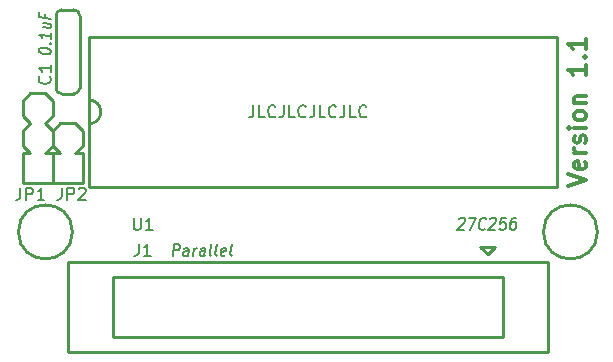
<source format=gbr>
G04 #@! TF.GenerationSoftware,KiCad,Pcbnew,(5.1.0)-1*
G04 #@! TF.CreationDate,2020-02-17T20:17:44-08:00*
G04 #@! TF.ProjectId,radio-86rk-rom,72616469-6f2d-4383-9672-6b2d726f6d2e,rev?*
G04 #@! TF.SameCoordinates,Original*
G04 #@! TF.FileFunction,Legend,Top*
G04 #@! TF.FilePolarity,Positive*
%FSLAX46Y46*%
G04 Gerber Fmt 4.6, Leading zero omitted, Abs format (unit mm)*
G04 Created by KiCad (PCBNEW (5.1.0)-1) date 2020-02-17 20:17:44*
%MOMM*%
%LPD*%
G04 APERTURE LIST*
%ADD10C,0.200000*%
%ADD11C,0.300000*%
%ADD12C,0.254000*%
%ADD13C,0.203200*%
G04 APERTURE END LIST*
D10*
X135080952Y-98512380D02*
X135080952Y-99226666D01*
X135033333Y-99369523D01*
X134938095Y-99464761D01*
X134795238Y-99512380D01*
X134700000Y-99512380D01*
X136033333Y-99512380D02*
X135557142Y-99512380D01*
X135557142Y-98512380D01*
X136938095Y-99417142D02*
X136890476Y-99464761D01*
X136747619Y-99512380D01*
X136652380Y-99512380D01*
X136509523Y-99464761D01*
X136414285Y-99369523D01*
X136366666Y-99274285D01*
X136319047Y-99083809D01*
X136319047Y-98940952D01*
X136366666Y-98750476D01*
X136414285Y-98655238D01*
X136509523Y-98560000D01*
X136652380Y-98512380D01*
X136747619Y-98512380D01*
X136890476Y-98560000D01*
X136938095Y-98607619D01*
X137652380Y-98512380D02*
X137652380Y-99226666D01*
X137604761Y-99369523D01*
X137509523Y-99464761D01*
X137366666Y-99512380D01*
X137271428Y-99512380D01*
X138604761Y-99512380D02*
X138128571Y-99512380D01*
X138128571Y-98512380D01*
X139509523Y-99417142D02*
X139461904Y-99464761D01*
X139319047Y-99512380D01*
X139223809Y-99512380D01*
X139080952Y-99464761D01*
X138985714Y-99369523D01*
X138938095Y-99274285D01*
X138890476Y-99083809D01*
X138890476Y-98940952D01*
X138938095Y-98750476D01*
X138985714Y-98655238D01*
X139080952Y-98560000D01*
X139223809Y-98512380D01*
X139319047Y-98512380D01*
X139461904Y-98560000D01*
X139509523Y-98607619D01*
X140223809Y-98512380D02*
X140223809Y-99226666D01*
X140176190Y-99369523D01*
X140080952Y-99464761D01*
X139938095Y-99512380D01*
X139842857Y-99512380D01*
X141176190Y-99512380D02*
X140700000Y-99512380D01*
X140700000Y-98512380D01*
X142080952Y-99417142D02*
X142033333Y-99464761D01*
X141890476Y-99512380D01*
X141795238Y-99512380D01*
X141652380Y-99464761D01*
X141557142Y-99369523D01*
X141509523Y-99274285D01*
X141461904Y-99083809D01*
X141461904Y-98940952D01*
X141509523Y-98750476D01*
X141557142Y-98655238D01*
X141652380Y-98560000D01*
X141795238Y-98512380D01*
X141890476Y-98512380D01*
X142033333Y-98560000D01*
X142080952Y-98607619D01*
X142795238Y-98512380D02*
X142795238Y-99226666D01*
X142747619Y-99369523D01*
X142652380Y-99464761D01*
X142509523Y-99512380D01*
X142414285Y-99512380D01*
X143747619Y-99512380D02*
X143271428Y-99512380D01*
X143271428Y-98512380D01*
X144652380Y-99417142D02*
X144604761Y-99464761D01*
X144461904Y-99512380D01*
X144366666Y-99512380D01*
X144223809Y-99464761D01*
X144128571Y-99369523D01*
X144080952Y-99274285D01*
X144033333Y-99083809D01*
X144033333Y-98940952D01*
X144080952Y-98750476D01*
X144128571Y-98655238D01*
X144223809Y-98560000D01*
X144366666Y-98512380D01*
X144461904Y-98512380D01*
X144604761Y-98560000D01*
X144652380Y-98607619D01*
D11*
X161738571Y-105345714D02*
X163238571Y-104845714D01*
X161738571Y-104345714D01*
X163167142Y-103274285D02*
X163238571Y-103417142D01*
X163238571Y-103702857D01*
X163167142Y-103845714D01*
X163024285Y-103917142D01*
X162452857Y-103917142D01*
X162310000Y-103845714D01*
X162238571Y-103702857D01*
X162238571Y-103417142D01*
X162310000Y-103274285D01*
X162452857Y-103202857D01*
X162595714Y-103202857D01*
X162738571Y-103917142D01*
X163238571Y-102560000D02*
X162238571Y-102560000D01*
X162524285Y-102560000D02*
X162381428Y-102488571D01*
X162310000Y-102417142D01*
X162238571Y-102274285D01*
X162238571Y-102131428D01*
X163167142Y-101702857D02*
X163238571Y-101560000D01*
X163238571Y-101274285D01*
X163167142Y-101131428D01*
X163024285Y-101060000D01*
X162952857Y-101060000D01*
X162810000Y-101131428D01*
X162738571Y-101274285D01*
X162738571Y-101488571D01*
X162667142Y-101631428D01*
X162524285Y-101702857D01*
X162452857Y-101702857D01*
X162310000Y-101631428D01*
X162238571Y-101488571D01*
X162238571Y-101274285D01*
X162310000Y-101131428D01*
X163238571Y-100417142D02*
X162238571Y-100417142D01*
X161738571Y-100417142D02*
X161810000Y-100488571D01*
X161881428Y-100417142D01*
X161810000Y-100345714D01*
X161738571Y-100417142D01*
X161881428Y-100417142D01*
X163238571Y-99488571D02*
X163167142Y-99631428D01*
X163095714Y-99702857D01*
X162952857Y-99774285D01*
X162524285Y-99774285D01*
X162381428Y-99702857D01*
X162310000Y-99631428D01*
X162238571Y-99488571D01*
X162238571Y-99274285D01*
X162310000Y-99131428D01*
X162381428Y-99060000D01*
X162524285Y-98988571D01*
X162952857Y-98988571D01*
X163095714Y-99060000D01*
X163167142Y-99131428D01*
X163238571Y-99274285D01*
X163238571Y-99488571D01*
X162238571Y-98345714D02*
X163238571Y-98345714D01*
X162381428Y-98345714D02*
X162310000Y-98274285D01*
X162238571Y-98131428D01*
X162238571Y-97917142D01*
X162310000Y-97774285D01*
X162452857Y-97702857D01*
X163238571Y-97702857D01*
X163238571Y-95060000D02*
X163238571Y-95917142D01*
X163238571Y-95488571D02*
X161738571Y-95488571D01*
X161952857Y-95631428D01*
X162095714Y-95774285D01*
X162167142Y-95917142D01*
X163095714Y-94417142D02*
X163167142Y-94345714D01*
X163238571Y-94417142D01*
X163167142Y-94488571D01*
X163095714Y-94417142D01*
X163238571Y-94417142D01*
X163238571Y-92917142D02*
X163238571Y-93774285D01*
X163238571Y-93345714D02*
X161738571Y-93345714D01*
X161952857Y-93488571D01*
X162095714Y-93631428D01*
X162167142Y-93774285D01*
D12*
X118872000Y-97536000D02*
X119888000Y-97536000D01*
X118364000Y-90932000D02*
X118364000Y-97028000D01*
X120396000Y-90932000D02*
X120396000Y-97028000D01*
X118364000Y-97028000D02*
G75*
G03X118872000Y-97536000I508000J0D01*
G01*
X119888000Y-97536000D02*
G75*
G03X120396000Y-97028000I0J508000D01*
G01*
X118872000Y-90424000D02*
G75*
G03X118364000Y-90932000I0J-508000D01*
G01*
X120396000Y-90932000D02*
G75*
G03X119888000Y-90424000I-508000J0D01*
G01*
X118872000Y-90424000D02*
X119888000Y-90424000D01*
X119761000Y-109220000D02*
G75*
G03X119761000Y-109220000I-2286000J0D01*
G01*
X164211000Y-109220000D02*
G75*
G03X164211000Y-109220000I-2286000J0D01*
G01*
X160020000Y-111760000D02*
X119380000Y-111760000D01*
X119380000Y-119380000D02*
X160020000Y-119380000D01*
X156210000Y-118110000D02*
X123190000Y-118110000D01*
X123190000Y-113030000D02*
X156210000Y-113030000D01*
X155575000Y-110490000D02*
X154940000Y-111125000D01*
X154940000Y-111125000D02*
X154305000Y-110490000D01*
X154305000Y-110490000D02*
X155575000Y-110490000D01*
X119380000Y-119380000D02*
X119380000Y-111760000D01*
X160020000Y-111760000D02*
X160020000Y-119380000D01*
X156210000Y-113030000D02*
X156210000Y-118110000D01*
X123190000Y-118110000D02*
X123190000Y-113030000D01*
X116205000Y-102552500D02*
X115570000Y-102552500D01*
X118110000Y-102552500D02*
X117475000Y-102552500D01*
X118110000Y-105092500D02*
X115570000Y-105092500D01*
X115570000Y-105092500D02*
X115570000Y-102552500D01*
X116205000Y-102552500D02*
X115570000Y-101917500D01*
X115570000Y-101917500D02*
X115570000Y-100647500D01*
X115570000Y-100647500D02*
X116205000Y-100012500D01*
X116205000Y-100012500D02*
X115570000Y-99377500D01*
X115570000Y-99377500D02*
X115570000Y-98107500D01*
X115570000Y-98107500D02*
X116205000Y-97472500D01*
X116205000Y-97472500D02*
X117475000Y-97472500D01*
X117475000Y-97472500D02*
X118110000Y-98107500D01*
X118110000Y-98107500D02*
X118110000Y-99377500D01*
X118110000Y-99377500D02*
X117475000Y-100012500D01*
X117475000Y-100012500D02*
X118110000Y-100647500D01*
X118110000Y-100647500D02*
X118110000Y-101917500D01*
X118110000Y-101917500D02*
X117475000Y-102552500D01*
X118110000Y-102552500D02*
X118110000Y-105092500D01*
X121158000Y-100076000D02*
G75*
G03X122174000Y-99060000I0J1016000D01*
G01*
X122174000Y-99060000D02*
G75*
G03X121158000Y-98044000I-1016000J0D01*
G01*
X121158000Y-92710000D02*
X160782000Y-92710000D01*
X160782000Y-92710000D02*
X160782000Y-105410000D01*
X160782000Y-105410000D02*
X121158000Y-105410000D01*
X121158000Y-105410000D02*
X121158000Y-92710000D01*
X118745000Y-102552500D02*
X118110000Y-102552500D01*
X120650000Y-102552500D02*
X120015000Y-102552500D01*
X120650000Y-105092500D02*
X118110000Y-105092500D01*
X118110000Y-105092500D02*
X118110000Y-102552500D01*
X118745000Y-102552500D02*
X118110000Y-101917500D01*
X118110000Y-101917500D02*
X118110000Y-100647500D01*
X118110000Y-100647500D02*
X118745000Y-100012500D01*
X118745000Y-100012500D02*
X120015000Y-100012500D01*
X120015000Y-100012500D02*
X120650000Y-100647500D01*
X120650000Y-100647500D02*
X120650000Y-101917500D01*
X120650000Y-101917500D02*
X120015000Y-102552500D01*
X120650000Y-102552500D02*
X120650000Y-105092500D01*
D13*
X117837857Y-96054333D02*
X117886238Y-96102714D01*
X117934619Y-96247857D01*
X117934619Y-96344619D01*
X117886238Y-96489761D01*
X117789476Y-96586523D01*
X117692714Y-96634904D01*
X117499190Y-96683285D01*
X117354047Y-96683285D01*
X117160523Y-96634904D01*
X117063761Y-96586523D01*
X116967000Y-96489761D01*
X116918619Y-96344619D01*
X116918619Y-96247857D01*
X116967000Y-96102714D01*
X117015380Y-96054333D01*
X117934619Y-95086714D02*
X117934619Y-95667285D01*
X117934619Y-95377000D02*
X116918619Y-95377000D01*
X117063761Y-95473761D01*
X117160523Y-95570523D01*
X117208904Y-95667285D01*
X116918619Y-93873440D02*
X116918619Y-93786355D01*
X116967000Y-93705317D01*
X117015380Y-93667821D01*
X117112142Y-93636374D01*
X117305666Y-93617021D01*
X117547571Y-93647260D01*
X117741095Y-93714993D01*
X117837857Y-93770631D01*
X117886238Y-93820221D01*
X117934619Y-93913355D01*
X117934619Y-94000440D01*
X117886238Y-94081479D01*
X117837857Y-94118974D01*
X117741095Y-94150421D01*
X117547571Y-94169774D01*
X117305666Y-94139536D01*
X117112142Y-94071802D01*
X117015380Y-94016164D01*
X116967000Y-93966574D01*
X116918619Y-93873440D01*
X117837857Y-93291660D02*
X117886238Y-93254164D01*
X117934619Y-93303755D01*
X117886238Y-93341250D01*
X117837857Y-93291660D01*
X117934619Y-93303755D01*
X117934619Y-92389355D02*
X117934619Y-92911869D01*
X117934619Y-92650612D02*
X116918619Y-92523612D01*
X117063761Y-92628840D01*
X117160523Y-92728021D01*
X117208904Y-92821155D01*
X117257285Y-91520917D02*
X117934619Y-91605583D01*
X117257285Y-91912802D02*
X117789476Y-91979326D01*
X117886238Y-91947879D01*
X117934619Y-91866840D01*
X117934619Y-91736212D01*
X117886238Y-91643079D01*
X117837857Y-91593488D01*
X117402428Y-90798831D02*
X117402428Y-91103631D01*
X117934619Y-91170155D02*
X116918619Y-91043155D01*
X116918619Y-90607726D01*
X125391333Y-110251119D02*
X125391333Y-110976833D01*
X125342952Y-111121976D01*
X125246190Y-111218738D01*
X125101047Y-111267119D01*
X125004285Y-111267119D01*
X126407333Y-111267119D02*
X125826761Y-111267119D01*
X126117047Y-111267119D02*
X126117047Y-110251119D01*
X126020285Y-110396261D01*
X125923523Y-110493023D01*
X125826761Y-110541404D01*
X128244116Y-111267119D02*
X128371116Y-110251119D01*
X128719459Y-110251119D01*
X128800497Y-110299500D01*
X128837992Y-110347880D01*
X128869440Y-110444642D01*
X128851297Y-110589785D01*
X128795659Y-110686547D01*
X128746068Y-110734928D01*
X128652935Y-110783309D01*
X128304592Y-110783309D01*
X129550401Y-111267119D02*
X129616925Y-110734928D01*
X129585478Y-110638166D01*
X129504440Y-110589785D01*
X129330268Y-110589785D01*
X129237135Y-110638166D01*
X129556449Y-111218738D02*
X129463316Y-111267119D01*
X129245601Y-111267119D01*
X129164563Y-111218738D01*
X129133116Y-111121976D01*
X129145211Y-111025214D01*
X129200849Y-110928452D01*
X129293982Y-110880071D01*
X129511697Y-110880071D01*
X129604830Y-110831690D01*
X129985830Y-111267119D02*
X130070497Y-110589785D01*
X130046306Y-110783309D02*
X130101944Y-110686547D01*
X130151535Y-110638166D01*
X130244668Y-110589785D01*
X130331754Y-110589785D01*
X130943773Y-111267119D02*
X131010297Y-110734928D01*
X130978849Y-110638166D01*
X130897811Y-110589785D01*
X130723640Y-110589785D01*
X130630506Y-110638166D01*
X130949820Y-111218738D02*
X130856687Y-111267119D01*
X130638973Y-111267119D01*
X130557935Y-111218738D01*
X130526487Y-111121976D01*
X130538582Y-111025214D01*
X130594220Y-110928452D01*
X130687354Y-110880071D01*
X130905068Y-110880071D01*
X130998201Y-110831690D01*
X131509830Y-111267119D02*
X131428792Y-111218738D01*
X131397344Y-111121976D01*
X131506201Y-110251119D01*
X131988801Y-111267119D02*
X131907763Y-111218738D01*
X131876316Y-111121976D01*
X131985173Y-110251119D01*
X132691535Y-111218738D02*
X132598401Y-111267119D01*
X132424230Y-111267119D01*
X132343192Y-111218738D01*
X132311744Y-111121976D01*
X132360125Y-110734928D01*
X132415763Y-110638166D01*
X132508897Y-110589785D01*
X132683068Y-110589785D01*
X132764106Y-110638166D01*
X132795554Y-110734928D01*
X132783459Y-110831690D01*
X132335935Y-110928452D01*
X133251544Y-111267119D02*
X133170506Y-111218738D01*
X133139059Y-111121976D01*
X133247916Y-110251119D01*
X115358333Y-105488619D02*
X115358333Y-106214333D01*
X115309952Y-106359476D01*
X115213190Y-106456238D01*
X115068047Y-106504619D01*
X114971285Y-106504619D01*
X115842142Y-106504619D02*
X115842142Y-105488619D01*
X116229190Y-105488619D01*
X116325952Y-105537000D01*
X116374333Y-105585380D01*
X116422714Y-105682142D01*
X116422714Y-105827285D01*
X116374333Y-105924047D01*
X116325952Y-105972428D01*
X116229190Y-106020809D01*
X115842142Y-106020809D01*
X117390333Y-106504619D02*
X116809761Y-106504619D01*
X117100047Y-106504619D02*
X117100047Y-105488619D01*
X117003285Y-105633761D01*
X116906523Y-105730523D01*
X116809761Y-105778904D01*
X124955904Y-108028619D02*
X124955904Y-108851095D01*
X125004285Y-108947857D01*
X125052666Y-108996238D01*
X125149428Y-109044619D01*
X125342952Y-109044619D01*
X125439714Y-108996238D01*
X125488095Y-108947857D01*
X125536476Y-108851095D01*
X125536476Y-108028619D01*
X126552476Y-109044619D02*
X125971904Y-109044619D01*
X126262190Y-109044619D02*
X126262190Y-108028619D01*
X126165428Y-108173761D01*
X126068666Y-108270523D01*
X125971904Y-108318904D01*
X152489020Y-108125380D02*
X152538611Y-108077000D01*
X152631744Y-108028619D01*
X152849459Y-108028619D01*
X152930497Y-108077000D01*
X152967992Y-108125380D01*
X152999440Y-108222142D01*
X152987344Y-108318904D01*
X152925659Y-108464047D01*
X152330573Y-109044619D01*
X152896630Y-109044619D01*
X153328430Y-108028619D02*
X153938030Y-108028619D01*
X153419144Y-109044619D01*
X154693982Y-108947857D02*
X154644392Y-108996238D01*
X154507716Y-109044619D01*
X154420630Y-109044619D01*
X154296049Y-108996238D01*
X154221059Y-108899476D01*
X154189611Y-108802714D01*
X154170259Y-108609190D01*
X154188401Y-108464047D01*
X154256135Y-108270523D01*
X154311773Y-108173761D01*
X154410954Y-108077000D01*
X154547630Y-108028619D01*
X154634716Y-108028619D01*
X154759297Y-108077000D01*
X154796792Y-108125380D01*
X155145135Y-108125380D02*
X155194725Y-108077000D01*
X155287859Y-108028619D01*
X155505573Y-108028619D01*
X155586611Y-108077000D01*
X155624106Y-108125380D01*
X155655554Y-108222142D01*
X155643459Y-108318904D01*
X155581773Y-108464047D01*
X154986687Y-109044619D01*
X155552744Y-109044619D01*
X156507059Y-108028619D02*
X156071630Y-108028619D01*
X155967611Y-108512428D01*
X156017201Y-108464047D01*
X156110335Y-108415666D01*
X156328049Y-108415666D01*
X156409087Y-108464047D01*
X156446582Y-108512428D01*
X156478030Y-108609190D01*
X156447792Y-108851095D01*
X156392154Y-108947857D01*
X156342563Y-108996238D01*
X156249430Y-109044619D01*
X156031716Y-109044619D01*
X155950678Y-108996238D01*
X155913182Y-108947857D01*
X157334373Y-108028619D02*
X157160201Y-108028619D01*
X157067068Y-108077000D01*
X157017478Y-108125380D01*
X156912249Y-108270523D01*
X156844516Y-108464047D01*
X156796135Y-108851095D01*
X156827582Y-108947857D01*
X156865078Y-108996238D01*
X156946116Y-109044619D01*
X157120287Y-109044619D01*
X157213420Y-108996238D01*
X157263011Y-108947857D01*
X157318649Y-108851095D01*
X157348887Y-108609190D01*
X157317440Y-108512428D01*
X157279944Y-108464047D01*
X157198906Y-108415666D01*
X157024735Y-108415666D01*
X156931601Y-108464047D01*
X156882011Y-108512428D01*
X156826373Y-108609190D01*
X118850833Y-105488619D02*
X118850833Y-106214333D01*
X118802452Y-106359476D01*
X118705690Y-106456238D01*
X118560547Y-106504619D01*
X118463785Y-106504619D01*
X119334642Y-106504619D02*
X119334642Y-105488619D01*
X119721690Y-105488619D01*
X119818452Y-105537000D01*
X119866833Y-105585380D01*
X119915214Y-105682142D01*
X119915214Y-105827285D01*
X119866833Y-105924047D01*
X119818452Y-105972428D01*
X119721690Y-106020809D01*
X119334642Y-106020809D01*
X120302261Y-105585380D02*
X120350642Y-105537000D01*
X120447404Y-105488619D01*
X120689309Y-105488619D01*
X120786071Y-105537000D01*
X120834452Y-105585380D01*
X120882833Y-105682142D01*
X120882833Y-105778904D01*
X120834452Y-105924047D01*
X120253880Y-106504619D01*
X120882833Y-106504619D01*
M02*

</source>
